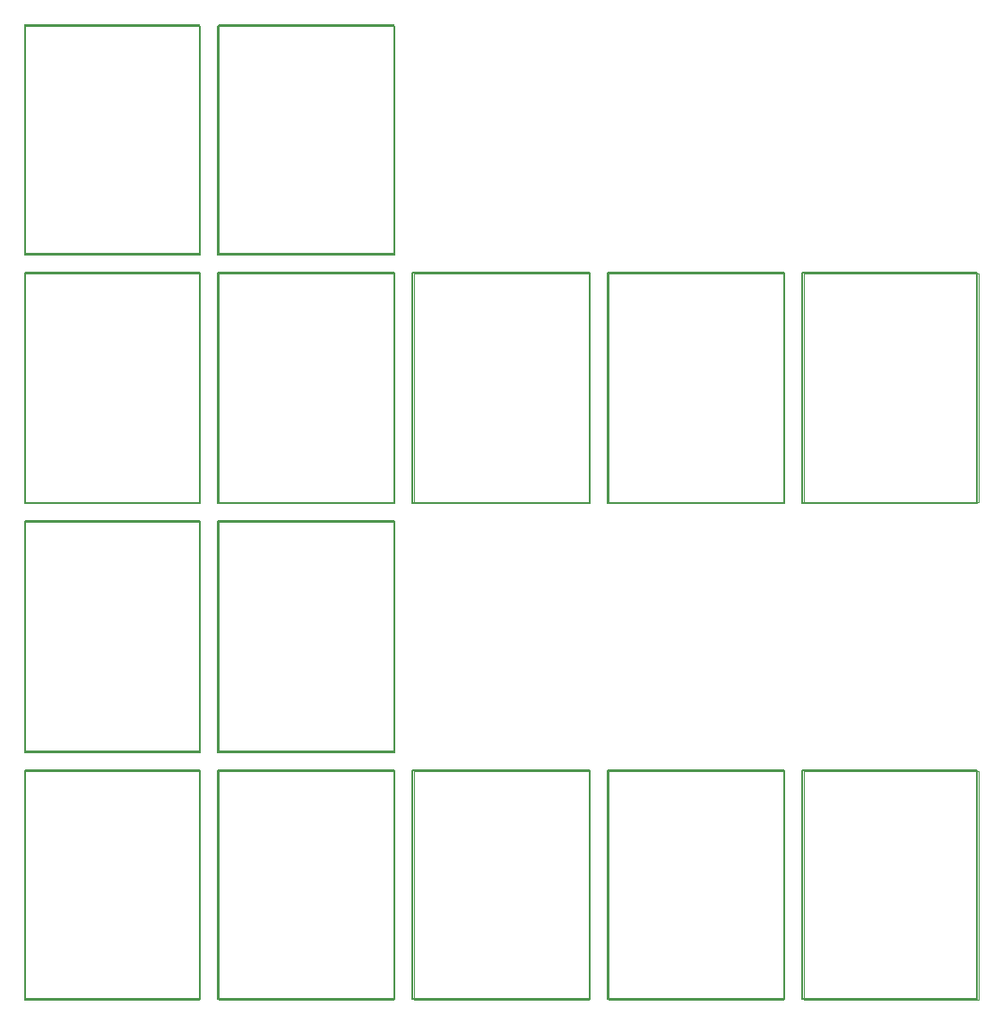
<source format=gbo>
G75*
G70*
%OFA0B0*%
%FSLAX25Y25*%
%IPPOS*%
%LPD*%
%AMOC8*
5,1,8,0,0,1.08239X$1,22.5*
%
%ADD15C,0.00800*%
%ADD17C,0.00000*%
X0010000Y0010000D02*
G75*
%LPD*%
D17*
X0010000Y0010000D02*
X0010000Y0095000D01*
X0075000Y0095000D01*
X0075000Y0010000D01*
X0010000Y0010000D01*
D15*
X0010400Y0010400D02*
X0010400Y0095400D01*
X0010400Y0095400D02*
X0075400Y0095400D01*
X0075400Y0010400D01*
X0010400Y0010400D01*
X0082500Y0010000D02*
G75*
%LPD*%
D17*
X0082500Y0010000D02*
X0082500Y0095000D01*
X0147500Y0095000D01*
X0147500Y0010000D01*
X0082500Y0010000D01*
D15*
X0082100Y0010400D02*
X0082100Y0095400D01*
X0147900Y0095400D01*
X0147900Y0010400D01*
X0082100Y0010400D01*
X0155000Y0010000D02*
G75*
%LPD*%
D17*
X0155000Y0010000D02*
X0155000Y0095000D01*
X0220000Y0095000D01*
X0220000Y0010000D01*
X0155000Y0010000D01*
D15*
X0154600Y0010400D02*
X0154600Y0095400D01*
X0220400Y0095400D01*
X0220400Y0010400D01*
X0154600Y0010400D01*
X0227500Y0010000D02*
G75*
%LPD*%
D17*
X0227500Y0010000D02*
X0227500Y0095000D01*
X0292500Y0095000D01*
X0292500Y0010000D01*
X0227500Y0010000D01*
D15*
X0227100Y0010400D02*
X0227100Y0095400D01*
X0292900Y0095400D01*
X0292900Y0010400D01*
X0227100Y0010400D01*
X0300000Y0010000D02*
G75*
%LPD*%
D17*
X0300000Y0010000D02*
X0300000Y0095000D01*
X0365000Y0095000D01*
X0365000Y0010000D01*
X0300000Y0010000D01*
D15*
X0299600Y0010400D02*
X0299600Y0095400D01*
X0364600Y0095400D01*
X0364600Y0010400D01*
X0364600Y0010400D02*
X0299600Y0010400D01*
X0010000Y0102500D02*
G75*
%LPD*%
D17*
X0010000Y0102500D02*
X0010000Y0187500D01*
X0075000Y0187500D01*
X0075000Y0102500D01*
X0010000Y0102500D01*
D15*
X0010400Y0102100D02*
X0010400Y0187900D01*
X0010400Y0187900D02*
X0075400Y0187900D01*
X0075400Y0102100D01*
X0010400Y0102100D01*
X0082500Y0102500D02*
G75*
%LPD*%
D17*
X0082500Y0102500D02*
X0082500Y0187500D01*
X0147500Y0187500D01*
X0147500Y0102500D01*
X0082500Y0102500D01*
D15*
X0082100Y0102100D02*
X0082100Y0187900D01*
X0147900Y0187900D01*
X0147900Y0102100D01*
X0082100Y0102100D01*
X0010000Y0195000D02*
G75*
%LPD*%
D17*
X0010000Y0195000D02*
X0010000Y0280000D01*
X0075000Y0280000D01*
X0075000Y0195000D01*
X0010000Y0195000D01*
D15*
X0010400Y0194600D02*
X0010400Y0280400D01*
X0010400Y0280400D02*
X0075400Y0280400D01*
X0075400Y0194600D01*
X0010400Y0194600D01*
X0082500Y0195000D02*
G75*
%LPD*%
D17*
X0082500Y0195000D02*
X0082500Y0280000D01*
X0147500Y0280000D01*
X0147500Y0195000D01*
X0082500Y0195000D01*
D15*
X0082100Y0194600D02*
X0082100Y0280400D01*
X0147900Y0280400D01*
X0147900Y0194600D01*
X0082100Y0194600D01*
X0155000Y0195000D02*
G75*
%LPD*%
D17*
X0155000Y0195000D02*
X0155000Y0280000D01*
X0220000Y0280000D01*
X0220000Y0195000D01*
X0155000Y0195000D01*
D15*
X0154600Y0194600D02*
X0154600Y0280400D01*
X0220400Y0280400D01*
X0220400Y0194600D01*
X0154600Y0194600D01*
X0227500Y0195000D02*
G75*
%LPD*%
D17*
X0227500Y0195000D02*
X0227500Y0280000D01*
X0292500Y0280000D01*
X0292500Y0195000D01*
X0227500Y0195000D01*
D15*
X0227100Y0194600D02*
X0227100Y0280400D01*
X0292900Y0280400D01*
X0292900Y0194600D01*
X0227100Y0194600D01*
X0300000Y0195000D02*
G75*
%LPD*%
D17*
X0300000Y0195000D02*
X0300000Y0280000D01*
X0365000Y0280000D01*
X0365000Y0195000D01*
X0300000Y0195000D01*
D15*
X0299600Y0194600D02*
X0299600Y0280400D01*
X0364600Y0280400D01*
X0364600Y0194600D01*
X0364600Y0194600D02*
X0299600Y0194600D01*
X0010000Y0287500D02*
G75*
%LPD*%
D17*
X0010000Y0287500D02*
X0010000Y0372500D01*
X0075000Y0372500D01*
X0075000Y0287500D01*
X0010000Y0287500D01*
D15*
X0010400Y0287100D02*
X0010400Y0372100D01*
X0010400Y0372100D02*
X0075400Y0372100D01*
X0075400Y0372100D02*
X0075400Y0287100D01*
X0010400Y0287100D01*
X0082500Y0287500D02*
G75*
%LPD*%
D17*
X0082500Y0287500D02*
X0082500Y0372500D01*
X0147500Y0372500D01*
X0147500Y0287500D01*
X0082500Y0287500D01*
D15*
X0082100Y0287100D02*
X0082100Y0372100D01*
X0147900Y0372100D01*
X0147900Y0372100D02*
X0147900Y0287100D01*
X0082100Y0287100D01*
M02*

</source>
